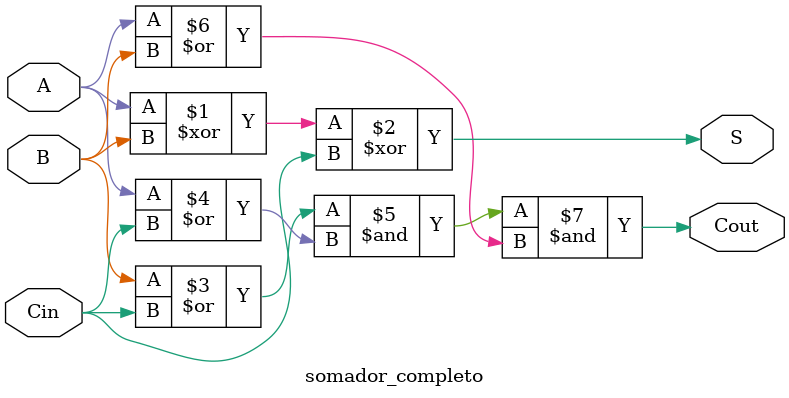
<source format=v>
module  somador_completo (
    A, B, S, Cin, Cout
);
    input   A, B, Cin;
    output  S, Cout;

    assign S = A ^ B ^ Cin;
    assign Cout = (B | Cin) & (A | Cin) & (A | B);   
    
endmodule
</source>
